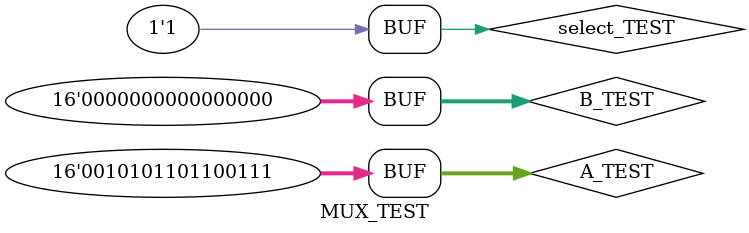
<source format=v>
`timescale 1ns/1ps

module MUX_TEST;
	reg [15:0] A_TEST;
	reg [15:0] B_TEST;
	reg select_TEST;
	wire [15:0] MUXOUT_TEST;
	MUX uut(A_TEST, B_TEST, select_TEST, MUXOUT_TEST);
	
	initial begin
	A_TEST = 11111; B_TEST = 00000; select_TEST = 0; #10;
	A_TEST = 11111; B_TEST = 00000; select_TEST = 1; #10;
	end
endmodule
</source>
